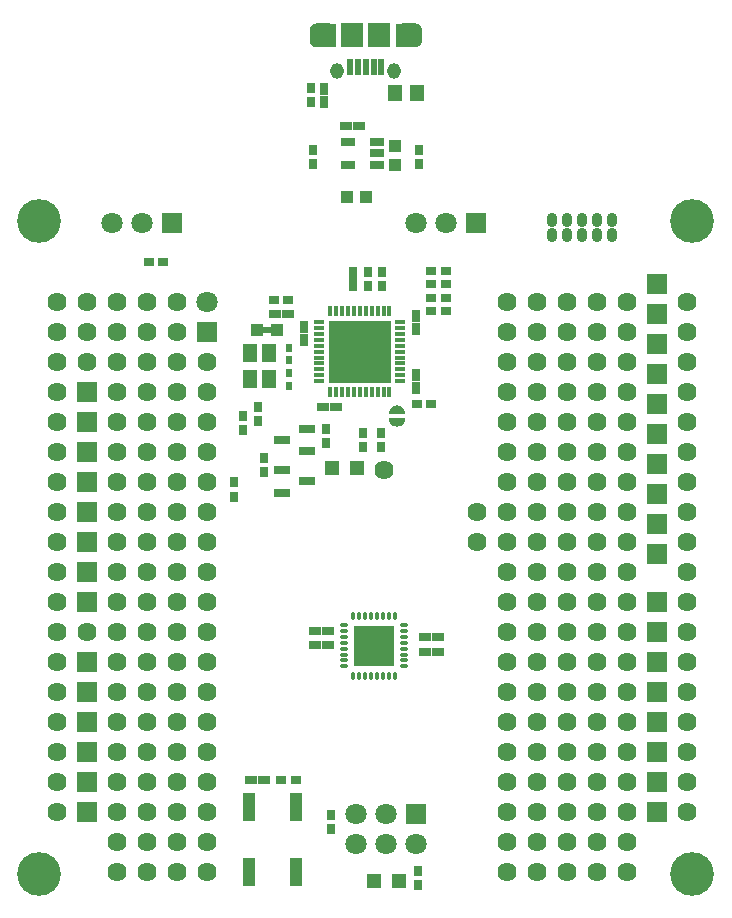
<source format=gts>
%FSLAX43Y43*%
%MOMM*%
G71*
G01*
G75*
G04 Layer_Color=8388736*
%ADD10C,0.175*%
%ADD11C,0.200*%
%ADD12C,0.300*%
%ADD13C,0.175*%
%ADD14C,0.200*%
%ADD15C,0.300*%
%ADD16C,0.180*%
%ADD17C,0.400*%
%ADD18R,1.150X1.400*%
%ADD19R,1.000X0.950*%
%ADD20C,0.400*%
%ADD21R,0.400X1.350*%
%ADD22R,1.000X2.250*%
%ADD23R,0.300X0.850*%
%ADD24R,0.850X0.300*%
%ADD25R,5.200X5.200*%
%ADD26O,0.650X0.250*%
%ADD27O,0.250X0.650*%
%ADD28R,3.300X3.300*%
%ADD29R,1.050X0.650*%
%ADD30R,1.300X0.600*%
%ADD31R,1.200X1.200*%
%ADD32R,1.200X1.350*%
%ADD33R,0.800X0.650*%
%ADD34R,0.500X0.600*%
%ADD35R,0.950X1.000*%
%ADD36R,0.600X0.900*%
%ADD37R,0.650X0.800*%
%ADD38R,0.900X0.600*%
%ADD39C,0.150*%
%ADD40C,0.500*%
%ADD41R,0.900X0.300*%
%ADD42R,1.800X1.900*%
G04:AMPARAMS|DCode=43|XSize=1.05mm|YSize=1.25mm|CornerRadius=0.525mm|HoleSize=0mm|Usage=FLASHONLY|Rotation=180.000|XOffset=0mm|YOffset=0mm|HoleType=Round|Shape=RoundedRectangle|*
%AMROUNDEDRECTD43*
21,1,1.050,0.200,0,0,180.0*
21,1,0.000,1.250,0,0,180.0*
1,1,1.050,0.000,0.100*
1,1,1.050,0.000,0.100*
1,1,1.050,0.000,-0.100*
1,1,1.050,0.000,-0.100*
%
%ADD43ROUNDEDRECTD43*%
G04:AMPARAMS|DCode=44|XSize=2.1mm|YSize=1.9mm|CornerRadius=0.494mm|HoleSize=0mm|Usage=FLASHONLY|Rotation=180.000|XOffset=0mm|YOffset=0mm|HoleType=Round|Shape=RoundedRectangle|*
%AMROUNDEDRECTD44*
21,1,2.100,0.912,0,0,180.0*
21,1,1.112,1.900,0,0,180.0*
1,1,0.988,-0.556,0.456*
1,1,0.988,0.556,0.456*
1,1,0.988,0.556,-0.456*
1,1,0.988,-0.556,-0.456*
%
%ADD44ROUNDEDRECTD44*%
%ADD45R,1.700X1.700*%
%ADD46C,1.700*%
%ADD47R,1.700X1.700*%
%ADD48O,0.800X1.100*%
%ADD49C,1.524*%
%ADD50C,3.600*%
%ADD51C,0.550*%
%ADD52C,1.016*%
%ADD53O,1.250X1.450*%
%ADD54O,1.425X2.100*%
%ADD55C,1.600*%
G04:AMPARAMS|DCode=56|XSize=2.524mm|YSize=2.524mm|CornerRadius=0mm|HoleSize=0mm|Usage=FLASHONLY|Rotation=0.000|XOffset=0mm|YOffset=0mm|HoleType=Round|Shape=Relief|Width=0.254mm|Gap=0.254mm|Entries=4|*
%AMTHD56*
7,0,0,2.524,2.016,0.254,45*
%
%ADD56THD56*%
%ADD57C,1.250*%
G04:AMPARAMS|DCode=58|XSize=2.174mm|YSize=2.174mm|CornerRadius=0mm|HoleSize=0mm|Usage=FLASHONLY|Rotation=0.000|XOffset=0mm|YOffset=0mm|HoleType=Round|Shape=Relief|Width=0.254mm|Gap=0.254mm|Entries=4|*
%AMTHD58*
7,0,0,2.174,1.666,0.254,45*
%
%ADD58THD58*%
%ADD59C,0.850*%
%ADD60C,3.300*%
%ADD61C,0.800*%
%ADD62C,0.254*%
%ADD63C,0.250*%
%ADD64C,0.050*%
%ADD65C,0.100*%
%ADD66R,3.248X0.599*%
%ADD67R,2.100X2.100*%
%ADD68O,0.750X1.100*%
%ADD69R,1.300X1.400*%
%ADD70R,0.900X0.510*%
%ADD71R,1.250X1.500*%
%ADD72R,1.100X1.050*%
%ADD73R,0.500X1.450*%
%ADD74R,1.100X2.350*%
%ADD75R,0.400X0.950*%
%ADD76R,0.950X0.400*%
%ADD77R,5.300X5.300*%
%ADD78O,0.750X0.350*%
%ADD79O,0.350X0.750*%
%ADD80R,3.400X3.400*%
%ADD81R,1.150X0.750*%
%ADD82R,1.400X0.700*%
%ADD83R,1.300X1.300*%
%ADD84R,1.300X1.450*%
%ADD85R,0.900X0.750*%
%ADD86R,0.600X0.700*%
%ADD87R,1.050X1.100*%
%ADD88R,0.700X1.000*%
%ADD89R,0.750X0.900*%
%ADD90R,1.000X0.700*%
%ADD91R,1.900X2.000*%
G04:AMPARAMS|DCode=92|XSize=1.15mm|YSize=1.35mm|CornerRadius=0.575mm|HoleSize=0mm|Usage=FLASHONLY|Rotation=180.000|XOffset=0mm|YOffset=0mm|HoleType=Round|Shape=RoundedRectangle|*
%AMROUNDEDRECTD92*
21,1,1.150,0.200,0,0,180.0*
21,1,0.000,1.350,0,0,180.0*
1,1,1.150,0.000,0.100*
1,1,1.150,0.000,0.100*
1,1,1.150,0.000,-0.100*
1,1,1.150,0.000,-0.100*
%
%ADD92ROUNDEDRECTD92*%
G04:AMPARAMS|DCode=93|XSize=2.2mm|YSize=2mm|CornerRadius=0.544mm|HoleSize=0mm|Usage=FLASHONLY|Rotation=180.000|XOffset=0mm|YOffset=0mm|HoleType=Round|Shape=RoundedRectangle|*
%AMROUNDEDRECTD93*
21,1,2.200,0.912,0,0,180.0*
21,1,1.112,2.000,0,0,180.0*
1,1,1.088,-0.556,0.456*
1,1,1.088,0.556,0.456*
1,1,1.088,0.556,-0.456*
1,1,1.088,-0.556,-0.456*
%
%ADD93ROUNDEDRECTD93*%
%ADD94R,1.800X1.800*%
%ADD95C,1.800*%
%ADD96R,1.800X1.800*%
%ADD97O,0.900X1.200*%
%ADD98C,1.624*%
%ADD99C,3.700*%
%ADD100C,0.650*%
G36*
X32655Y42055D02*
X32657Y42055D01*
X32826Y42033D01*
X32828Y42033D01*
X32829Y42033D01*
X32833Y42032D01*
X32836Y42031D01*
X32837Y42030D01*
X32839Y42030D01*
X32997Y41964D01*
X32998Y41963D01*
X33000Y41963D01*
X33003Y41961D01*
X33006Y41960D01*
X33007Y41958D01*
X33008Y41958D01*
X33144Y41853D01*
X33145Y41852D01*
X33147Y41851D01*
X33149Y41849D01*
X33151Y41847D01*
X33152Y41845D01*
X33153Y41844D01*
X33258Y41708D01*
X33258Y41707D01*
X33260Y41706D01*
X33261Y41703D01*
X33263Y41700D01*
X33263Y41698D01*
X33264Y41697D01*
X33330Y41539D01*
X33330Y41537D01*
X33331Y41536D01*
X33332Y41533D01*
X33333Y41529D01*
X33333Y41528D01*
X33333Y41526D01*
X33355Y41357D01*
X33356Y41353D01*
X33356Y41350D01*
X33356Y41348D01*
X33356Y41347D01*
X33355Y41343D01*
X33355Y41340D01*
X33354Y41339D01*
X33354Y41337D01*
X33353Y41334D01*
X33352Y41331D01*
X33351Y41329D01*
X33351Y41328D01*
X33349Y41325D01*
X33347Y41322D01*
X33346Y41321D01*
X33345Y41319D01*
X33343Y41317D01*
X33341Y41314D01*
X33340Y41313D01*
X33339Y41312D01*
X33336Y41310D01*
X33334Y41308D01*
X33332Y41307D01*
X33331Y41306D01*
X33328Y41305D01*
X33325Y41304D01*
X33323Y41303D01*
X33322Y41302D01*
X33319Y41302D01*
X33315Y41301D01*
X33314Y41301D01*
X33312Y41300D01*
X33309Y41300D01*
X33306Y41300D01*
X31994D01*
X31991Y41300D01*
X31988Y41300D01*
X31986Y41301D01*
X31985Y41301D01*
X31981Y41302D01*
X31978Y41302D01*
X31977Y41303D01*
X31975Y41304D01*
X31972Y41305D01*
X31969Y41306D01*
X31968Y41307D01*
X31966Y41308D01*
X31964Y41310D01*
X31961Y41312D01*
X31960Y41313D01*
X31959Y41314D01*
X31957Y41317D01*
X31955Y41319D01*
X31954Y41321D01*
X31953Y41322D01*
X31951Y41325D01*
X31949Y41328D01*
X31949Y41329D01*
X31948Y41331D01*
X31947Y41334D01*
X31946Y41337D01*
X31946Y41339D01*
X31945Y41340D01*
X31945Y41343D01*
X31944Y41347D01*
X31944Y41348D01*
X31944Y41350D01*
X31944Y41353D01*
X31945Y41357D01*
X31967Y41526D01*
X31967Y41528D01*
X31967Y41529D01*
X31968Y41533D01*
X31969Y41536D01*
X31970Y41537D01*
X31970Y41539D01*
X32036Y41697D01*
X32037Y41698D01*
X32037Y41700D01*
X32039Y41703D01*
X32040Y41706D01*
X32041Y41707D01*
X32042Y41708D01*
X32147Y41844D01*
X32148Y41845D01*
X32149Y41847D01*
X32151Y41849D01*
X32153Y41851D01*
X32155Y41852D01*
X32156Y41853D01*
X32292Y41958D01*
X32293Y41958D01*
X32294Y41960D01*
X32297Y41961D01*
X32300Y41963D01*
X32302Y41963D01*
X32303Y41964D01*
X32461Y42030D01*
X32463Y42030D01*
X32464Y42031D01*
X32467Y42032D01*
X32471Y42033D01*
X32472Y42033D01*
X32474Y42033D01*
X32643Y42055D01*
X32645Y42055D01*
X32647Y42056D01*
X32650Y42056D01*
X32653Y42056D01*
X32655Y42055D01*
D02*
G37*
G36*
X33309Y41000D02*
X33312Y41000D01*
X33314Y40999D01*
X33315Y40999D01*
X33319Y40998D01*
X33322Y40998D01*
X33323Y40997D01*
X33325Y40996D01*
X33328Y40995D01*
X33331Y40994D01*
X33332Y40993D01*
X33334Y40992D01*
X33336Y40990D01*
X33339Y40988D01*
X33340Y40987D01*
X33341Y40986D01*
X33343Y40983D01*
X33345Y40981D01*
X33346Y40979D01*
X33347Y40978D01*
X33349Y40975D01*
X33351Y40972D01*
X33351Y40971D01*
X33352Y40969D01*
X33353Y40966D01*
X33354Y40963D01*
X33354Y40961D01*
X33355Y40960D01*
X33355Y40957D01*
X33356Y40953D01*
X33356Y40952D01*
X33356Y40950D01*
X33356Y40947D01*
X33355Y40943D01*
X33333Y40774D01*
X33333Y40772D01*
X33333Y40771D01*
X33332Y40767D01*
X33331Y40764D01*
X33330Y40763D01*
X33330Y40761D01*
X33264Y40603D01*
X33263Y40602D01*
X33263Y40600D01*
X33261Y40597D01*
X33260Y40594D01*
X33258Y40593D01*
X33258Y40592D01*
X33153Y40456D01*
X33152Y40455D01*
X33151Y40453D01*
X33149Y40451D01*
X33147Y40449D01*
X33145Y40448D01*
X33144Y40447D01*
X33008Y40342D01*
X33007Y40341D01*
X33006Y40340D01*
X33003Y40339D01*
X33000Y40337D01*
X32998Y40337D01*
X32997Y40336D01*
X32839Y40270D01*
X32837Y40270D01*
X32836Y40269D01*
X32833Y40268D01*
X32829Y40267D01*
X32828Y40267D01*
X32826Y40267D01*
X32657Y40245D01*
X32655Y40245D01*
X32653Y40244D01*
X32650Y40244D01*
X32647Y40244D01*
X32645Y40245D01*
X32643Y40245D01*
X32474Y40267D01*
X32472Y40267D01*
X32471Y40267D01*
X32467Y40268D01*
X32464Y40269D01*
X32463Y40270D01*
X32461Y40270D01*
X32303Y40336D01*
X32302Y40337D01*
X32300Y40337D01*
X32297Y40339D01*
X32294Y40340D01*
X32293Y40341D01*
X32292Y40342D01*
X32156Y40447D01*
X32155Y40448D01*
X32153Y40449D01*
X32151Y40451D01*
X32149Y40453D01*
X32148Y40455D01*
X32147Y40456D01*
X32042Y40592D01*
X32042Y40593D01*
X32040Y40594D01*
X32039Y40597D01*
X32037Y40600D01*
X32037Y40602D01*
X32036Y40603D01*
X31970Y40761D01*
X31970Y40763D01*
X31969Y40764D01*
X31968Y40767D01*
X31967Y40771D01*
X31967Y40772D01*
X31967Y40774D01*
X31945Y40943D01*
X31944Y40947D01*
X31944Y40950D01*
X31944Y40952D01*
X31944Y40953D01*
X31945Y40957D01*
X31945Y40960D01*
X31946Y40961D01*
X31946Y40963D01*
X31947Y40966D01*
X31948Y40969D01*
X31949Y40971D01*
X31949Y40972D01*
X31951Y40975D01*
X31953Y40978D01*
X31954Y40979D01*
X31955Y40981D01*
X31957Y40983D01*
X31959Y40986D01*
X31960Y40987D01*
X31961Y40988D01*
X31964Y40990D01*
X31966Y40992D01*
X31968Y40993D01*
X31969Y40994D01*
X31972Y40995D01*
X31975Y40996D01*
X31977Y40997D01*
X31978Y40998D01*
X31981Y40998D01*
X31985Y40999D01*
X31986Y40999D01*
X31988Y41000D01*
X31991Y41000D01*
X31994Y41000D01*
X33306D01*
X33309Y41000D01*
D02*
G37*
G36*
X27410Y74374D02*
X27419Y74371D01*
X27428Y74367D01*
X27436Y74361D01*
X27442Y74353D01*
X27446Y74344D01*
X27449Y74335D01*
X27450Y74325D01*
Y72425D01*
X27449Y72415D01*
X27446Y72406D01*
X27442Y72397D01*
X27436Y72389D01*
X27428Y72383D01*
X27419Y72379D01*
X27410Y72376D01*
X27400Y72375D01*
X25800D01*
X25798Y72375D01*
X25796Y72375D01*
X25748Y72379D01*
X25747Y72379D01*
X25745Y72379D01*
X25692Y72386D01*
X25689Y72387D01*
X25685Y72388D01*
X25632Y72403D01*
X25630Y72403D01*
X25628Y72404D01*
X25585Y72420D01*
X25583Y72421D01*
X25581Y72422D01*
X25539Y72442D01*
X25537Y72443D01*
X25534Y72445D01*
X25490Y72473D01*
X25488Y72474D01*
X25487Y72475D01*
X25449Y72504D01*
X25447Y72505D01*
X25446Y72506D01*
X25407Y72540D01*
X25404Y72543D01*
X25401Y72546D01*
X25372Y72582D01*
X25371Y72583D01*
X25371Y72584D01*
X25343Y72621D01*
X25341Y72623D01*
X25340Y72626D01*
X25316Y72667D01*
X25315Y72669D01*
X25314Y72670D01*
X25294Y72712D01*
X25293Y72714D01*
X25292Y72716D01*
X25276Y72758D01*
X25275Y72761D01*
X25274Y72764D01*
X25262Y72815D01*
X25262Y72817D01*
X25261Y72819D01*
X25254Y72864D01*
X25254Y72866D01*
X25254Y72868D01*
X25250Y72921D01*
X25250Y72923D01*
X25250Y72925D01*
Y73825D01*
X25250Y73827D01*
X25250Y73829D01*
X25254Y73884D01*
X25254Y73886D01*
X25255Y73889D01*
X25263Y73934D01*
X25263Y73935D01*
X25263Y73937D01*
X25275Y73987D01*
X25276Y73990D01*
X25277Y73994D01*
X25293Y74034D01*
X25306Y74066D01*
X25308Y74070D01*
X25310Y74073D01*
X25335Y74116D01*
X25336Y74118D01*
X25337Y74120D01*
X25363Y74157D01*
X25364Y74158D01*
X25365Y74160D01*
X25396Y74198D01*
X25399Y74200D01*
X25401Y74203D01*
X25446Y74244D01*
X25448Y74246D01*
X25450Y74247D01*
X25490Y74277D01*
X25492Y74278D01*
X25493Y74280D01*
X25539Y74309D01*
X25542Y74310D01*
X25545Y74312D01*
X25598Y74336D01*
X25601Y74337D01*
X25605Y74338D01*
X25692Y74364D01*
X25697Y74365D01*
X25701Y74366D01*
X25701Y74366D01*
X25701Y74366D01*
X25701D01*
X25795Y74375D01*
X25798Y74375D01*
X25800Y74375D01*
X27400D01*
X27410Y74374D01*
D02*
G37*
G36*
X34202Y74375D02*
X34204Y74375D01*
X34252Y74371D01*
X34253Y74371D01*
X34255Y74371D01*
X34308Y74364D01*
X34311Y74363D01*
X34315Y74362D01*
X34368Y74347D01*
X34370Y74347D01*
X34372Y74346D01*
X34415Y74330D01*
X34417Y74329D01*
X34419Y74328D01*
X34461Y74308D01*
X34463Y74307D01*
X34466Y74305D01*
X34510Y74277D01*
X34512Y74276D01*
X34513Y74275D01*
X34551Y74246D01*
X34553Y74245D01*
X34554Y74244D01*
X34593Y74210D01*
X34596Y74207D01*
X34599Y74204D01*
X34628Y74168D01*
X34629Y74167D01*
X34629Y74166D01*
X34657Y74129D01*
X34659Y74127D01*
X34660Y74124D01*
X34684Y74083D01*
X34685Y74081D01*
X34686Y74080D01*
X34706Y74038D01*
X34707Y74036D01*
X34708Y74034D01*
X34724Y73992D01*
X34725Y73989D01*
X34726Y73986D01*
X34738Y73935D01*
X34738Y73933D01*
X34739Y73931D01*
X34746Y73886D01*
X34746Y73884D01*
X34746Y73882D01*
X34750Y73829D01*
X34750Y73827D01*
X34750Y73825D01*
Y72925D01*
X34750Y72923D01*
X34750Y72921D01*
X34746Y72866D01*
X34746Y72864D01*
X34745Y72861D01*
X34737Y72816D01*
X34737Y72815D01*
X34737Y72813D01*
X34725Y72763D01*
X34724Y72760D01*
X34723Y72756D01*
X34707Y72716D01*
X34694Y72684D01*
X34692Y72680D01*
X34690Y72677D01*
X34665Y72634D01*
X34664Y72632D01*
X34663Y72630D01*
X34637Y72593D01*
X34636Y72592D01*
X34635Y72590D01*
X34604Y72552D01*
X34601Y72550D01*
X34599Y72547D01*
X34554Y72506D01*
X34552Y72504D01*
X34550Y72503D01*
X34510Y72473D01*
X34508Y72472D01*
X34507Y72470D01*
X34461Y72441D01*
X34458Y72440D01*
X34455Y72438D01*
X34402Y72414D01*
X34399Y72413D01*
X34395Y72412D01*
X34308Y72386D01*
X34303Y72385D01*
X34299Y72384D01*
X34299Y72384D01*
X34299Y72384D01*
X34299D01*
X34205Y72375D01*
X34202Y72375D01*
X34200Y72375D01*
X32600D01*
X32590Y72376D01*
X32581Y72379D01*
X32572Y72383D01*
X32564Y72389D01*
X32558Y72397D01*
X32554Y72406D01*
X32551Y72415D01*
X32550Y72425D01*
Y74325D01*
X32551Y74335D01*
X32554Y74344D01*
X32558Y74353D01*
X32564Y74361D01*
X32572Y74367D01*
X32581Y74371D01*
X32590Y74374D01*
X32600Y74375D01*
X34200D01*
X34202Y74375D01*
D02*
G37*
D70*
X21600Y48405D02*
D03*
D71*
X20200Y44300D02*
D03*
Y46500D02*
D03*
X21800D02*
D03*
Y44300D02*
D03*
D72*
X22450Y48400D02*
D03*
X20750D02*
D03*
X30030Y59714D02*
D03*
X28430D02*
D03*
D73*
X28700Y70700D02*
D03*
X29350D02*
D03*
X30000D02*
D03*
X30650D02*
D03*
X31300D02*
D03*
D74*
X20125Y2525D02*
D03*
Y8025D02*
D03*
X24125D02*
D03*
Y2525D02*
D03*
D75*
X32000Y50025D02*
D03*
X31500D02*
D03*
X30000D02*
D03*
X29500D02*
D03*
X29000D02*
D03*
X28500D02*
D03*
X27000Y43175D02*
D03*
X27500D02*
D03*
X28000D02*
D03*
X28500D02*
D03*
X29000D02*
D03*
X29500D02*
D03*
X30000D02*
D03*
X30500D02*
D03*
X31000D02*
D03*
X31500D02*
D03*
X32000D02*
D03*
X31000Y50025D02*
D03*
X30500D02*
D03*
X28000D02*
D03*
X27500D02*
D03*
X27000D02*
D03*
D76*
X26075Y49100D02*
D03*
Y48600D02*
D03*
Y48100D02*
D03*
Y47600D02*
D03*
Y47100D02*
D03*
Y46600D02*
D03*
Y46100D02*
D03*
Y45600D02*
D03*
Y45100D02*
D03*
Y44600D02*
D03*
Y44100D02*
D03*
X32925D02*
D03*
Y44600D02*
D03*
Y47100D02*
D03*
Y47600D02*
D03*
Y48100D02*
D03*
Y48600D02*
D03*
Y49100D02*
D03*
Y46600D02*
D03*
Y45600D02*
D03*
Y45100D02*
D03*
Y46100D02*
D03*
D77*
X29500Y46600D02*
D03*
D78*
X33225Y19950D02*
D03*
Y20450D02*
D03*
Y20950D02*
D03*
Y21450D02*
D03*
Y21950D02*
D03*
Y22450D02*
D03*
Y22950D02*
D03*
Y23450D02*
D03*
X28175D02*
D03*
Y22950D02*
D03*
Y22450D02*
D03*
Y21950D02*
D03*
Y21450D02*
D03*
Y20950D02*
D03*
Y20450D02*
D03*
Y19950D02*
D03*
D79*
X32450Y24225D02*
D03*
X31950D02*
D03*
X31450D02*
D03*
X30950D02*
D03*
X30450D02*
D03*
X29950D02*
D03*
X29450D02*
D03*
X28950D02*
D03*
Y19175D02*
D03*
X29450D02*
D03*
X29950D02*
D03*
X30450D02*
D03*
X30950D02*
D03*
X31450D02*
D03*
X31950D02*
D03*
X32450D02*
D03*
D80*
X30700Y21700D02*
D03*
D81*
X28468Y62431D02*
D03*
Y64337D02*
D03*
X30918D02*
D03*
Y63384D02*
D03*
Y62431D02*
D03*
D82*
X24985Y38170D02*
D03*
Y40070D02*
D03*
X22885Y39120D02*
D03*
Y36570D02*
D03*
Y34670D02*
D03*
X24985Y35620D02*
D03*
D83*
X32800Y1775D02*
D03*
X30700D02*
D03*
X29275Y36750D02*
D03*
X27175D02*
D03*
D84*
X32450Y68500D02*
D03*
X34350D02*
D03*
D85*
X11600Y54150D02*
D03*
X12800D02*
D03*
X34350Y42200D02*
D03*
X35550D02*
D03*
X22850Y10300D02*
D03*
X24050D02*
D03*
X22250Y50975D02*
D03*
X23450D02*
D03*
X35558Y51158D02*
D03*
X36758D02*
D03*
X35558Y52308D02*
D03*
X36758D02*
D03*
X35558Y53458D02*
D03*
X36758D02*
D03*
X35558Y50008D02*
D03*
X36758D02*
D03*
D86*
X23475Y46900D02*
D03*
X23475Y45850D02*
D03*
X23475Y44775D02*
D03*
X23475Y43725D02*
D03*
D87*
X32436Y63981D02*
D03*
Y62381D02*
D03*
D88*
X26458Y68876D02*
D03*
Y67776D02*
D03*
X34225Y49575D02*
D03*
Y48475D02*
D03*
X34250Y44600D02*
D03*
Y43500D02*
D03*
X28950Y52200D02*
D03*
Y53300D02*
D03*
X24775Y47600D02*
D03*
Y48700D02*
D03*
D89*
X18875Y34325D02*
D03*
Y35525D02*
D03*
X29800Y38500D02*
D03*
Y39700D02*
D03*
X31300Y38500D02*
D03*
Y39700D02*
D03*
X19625Y41150D02*
D03*
Y39950D02*
D03*
X20875Y41900D02*
D03*
Y40700D02*
D03*
X34500Y62500D02*
D03*
Y63700D02*
D03*
X31350Y53350D02*
D03*
Y52150D02*
D03*
X30200Y53350D02*
D03*
Y52150D02*
D03*
X27025Y6200D02*
D03*
Y7400D02*
D03*
X26625Y40025D02*
D03*
Y38825D02*
D03*
X21375Y36375D02*
D03*
Y37575D02*
D03*
X34417Y2632D02*
D03*
Y1432D02*
D03*
X25500Y63700D02*
D03*
Y62500D02*
D03*
X25315Y67726D02*
D03*
Y68926D02*
D03*
D90*
X20300Y10300D02*
D03*
X21400D02*
D03*
X25700Y21775D02*
D03*
X26800D02*
D03*
X23400Y49800D02*
D03*
X22300D02*
D03*
X27500Y41875D02*
D03*
X26400D02*
D03*
X35025Y21200D02*
D03*
X36125D02*
D03*
X35025Y22400D02*
D03*
X36125D02*
D03*
X26800Y22950D02*
D03*
X25700D02*
D03*
X29430Y65746D02*
D03*
X28330D02*
D03*
D91*
X31150Y73375D02*
D03*
X28850D02*
D03*
D92*
X27575Y70375D02*
D03*
X32425D02*
D03*
D93*
X33650Y73375D02*
D03*
X26350D02*
D03*
D94*
X6350Y20320D02*
D03*
Y17780D02*
D03*
Y12700D02*
D03*
Y15240D02*
D03*
Y7620D02*
D03*
Y10160D02*
D03*
X54610Y7620D02*
D03*
Y10160D02*
D03*
Y15240D02*
D03*
Y12700D02*
D03*
Y22860D02*
D03*
Y25400D02*
D03*
Y20320D02*
D03*
Y17780D02*
D03*
Y39624D02*
D03*
Y42164D02*
D03*
Y47244D02*
D03*
Y44704D02*
D03*
Y34544D02*
D03*
Y37084D02*
D03*
Y32004D02*
D03*
Y29464D02*
D03*
Y49784D02*
D03*
Y52324D02*
D03*
X16510Y48260D02*
D03*
X6350Y43180D02*
D03*
Y40640D02*
D03*
Y35560D02*
D03*
Y38100D02*
D03*
Y27940D02*
D03*
Y25400D02*
D03*
Y30480D02*
D03*
Y33020D02*
D03*
D95*
X8510Y57500D02*
D03*
X11050D02*
D03*
X16510Y50800D02*
D03*
X34240Y4940D02*
D03*
X31700D02*
D03*
X29160D02*
D03*
X31700Y7480D02*
D03*
X29160D02*
D03*
X34235Y57500D02*
D03*
X36775D02*
D03*
D96*
X13590Y57500D02*
D03*
X34240Y7480D02*
D03*
X39315Y57500D02*
D03*
D97*
X50800Y56515D02*
D03*
Y57785D02*
D03*
X45720D02*
D03*
X46990D02*
D03*
X48260D02*
D03*
X49530D02*
D03*
Y56515D02*
D03*
X48260D02*
D03*
X46990D02*
D03*
X45720D02*
D03*
D98*
X31500Y36550D02*
D03*
X39370Y30480D02*
D03*
Y33020D02*
D03*
X16510Y2540D02*
D03*
Y5080D02*
D03*
X13970Y2540D02*
D03*
Y5080D02*
D03*
X8890Y2540D02*
D03*
X11430Y5080D02*
D03*
Y2540D02*
D03*
X8890Y5080D02*
D03*
X44450D02*
D03*
X46990D02*
D03*
X49530D02*
D03*
X52070D02*
D03*
Y2540D02*
D03*
X49530D02*
D03*
X46990D02*
D03*
X44450D02*
D03*
X41910D02*
D03*
Y5080D02*
D03*
Y50800D02*
D03*
Y40640D02*
D03*
Y43180D02*
D03*
Y45720D02*
D03*
Y48260D02*
D03*
Y30480D02*
D03*
Y33020D02*
D03*
Y35560D02*
D03*
Y38100D02*
D03*
Y20320D02*
D03*
Y22860D02*
D03*
Y25400D02*
D03*
Y27940D02*
D03*
Y17780D02*
D03*
Y15240D02*
D03*
Y12700D02*
D03*
Y10160D02*
D03*
Y7620D02*
D03*
X44450D02*
D03*
X46990D02*
D03*
X49530D02*
D03*
X52070D02*
D03*
Y10160D02*
D03*
X49530D02*
D03*
X46990D02*
D03*
X44450D02*
D03*
X52070Y12700D02*
D03*
X49530D02*
D03*
X46990D02*
D03*
X44450D02*
D03*
X52070Y15240D02*
D03*
X49530D02*
D03*
X46990D02*
D03*
X44450D02*
D03*
X52070Y17780D02*
D03*
X49530D02*
D03*
X46990D02*
D03*
X44450D02*
D03*
Y27940D02*
D03*
X46990D02*
D03*
X49530D02*
D03*
X52070D02*
D03*
X44450Y25400D02*
D03*
X46990D02*
D03*
X49530D02*
D03*
X52070D02*
D03*
X44450Y22860D02*
D03*
X46990D02*
D03*
X49530D02*
D03*
X52070D02*
D03*
X44450Y20320D02*
D03*
X46990D02*
D03*
X49530D02*
D03*
X52070D02*
D03*
X44450Y38100D02*
D03*
X46990D02*
D03*
X49530D02*
D03*
X52070D02*
D03*
X44450Y35560D02*
D03*
X46990D02*
D03*
X49530D02*
D03*
X52070D02*
D03*
X44450Y33020D02*
D03*
X46990D02*
D03*
X49530D02*
D03*
X52070D02*
D03*
X44450Y30480D02*
D03*
X46990D02*
D03*
X49530D02*
D03*
X52070D02*
D03*
X44450Y48260D02*
D03*
X46990D02*
D03*
X49530D02*
D03*
X52070D02*
D03*
X44450Y45720D02*
D03*
X46990D02*
D03*
X49530D02*
D03*
X52070D02*
D03*
X44450Y43180D02*
D03*
X46990D02*
D03*
X49530D02*
D03*
X52070D02*
D03*
X44450Y40640D02*
D03*
X46990D02*
D03*
X49530D02*
D03*
X52070D02*
D03*
Y50800D02*
D03*
X49530D02*
D03*
X46990D02*
D03*
X44450D02*
D03*
X3810Y7620D02*
D03*
Y10160D02*
D03*
Y12700D02*
D03*
Y15240D02*
D03*
Y17780D02*
D03*
Y27940D02*
D03*
Y25400D02*
D03*
Y22860D02*
D03*
Y20320D02*
D03*
Y38100D02*
D03*
Y35560D02*
D03*
Y33020D02*
D03*
Y30480D02*
D03*
Y48260D02*
D03*
Y45720D02*
D03*
Y43180D02*
D03*
Y40640D02*
D03*
Y50800D02*
D03*
X6350D02*
D03*
Y48260D02*
D03*
X8890Y10160D02*
D03*
Y15240D02*
D03*
Y17780D02*
D03*
Y27940D02*
D03*
Y25400D02*
D03*
Y22860D02*
D03*
Y20320D02*
D03*
Y38100D02*
D03*
Y35560D02*
D03*
Y33020D02*
D03*
Y30480D02*
D03*
Y48260D02*
D03*
Y45720D02*
D03*
Y43180D02*
D03*
Y40640D02*
D03*
Y50800D02*
D03*
X11430Y7620D02*
D03*
Y10160D02*
D03*
Y12700D02*
D03*
Y15240D02*
D03*
Y17780D02*
D03*
Y27940D02*
D03*
Y25400D02*
D03*
Y22860D02*
D03*
Y20320D02*
D03*
Y38100D02*
D03*
Y35560D02*
D03*
Y33020D02*
D03*
Y30480D02*
D03*
Y48260D02*
D03*
Y45720D02*
D03*
Y43180D02*
D03*
Y40640D02*
D03*
Y50800D02*
D03*
X57150Y7620D02*
D03*
Y10160D02*
D03*
Y12700D02*
D03*
Y15240D02*
D03*
Y17780D02*
D03*
Y27940D02*
D03*
Y25400D02*
D03*
Y22860D02*
D03*
Y20320D02*
D03*
Y38100D02*
D03*
Y35560D02*
D03*
Y33020D02*
D03*
Y30480D02*
D03*
Y48260D02*
D03*
Y45720D02*
D03*
Y43180D02*
D03*
Y40640D02*
D03*
Y50800D02*
D03*
X8890Y7620D02*
D03*
Y12700D02*
D03*
X6350Y45720D02*
D03*
Y22860D02*
D03*
X13970Y50800D02*
D03*
Y40640D02*
D03*
Y43180D02*
D03*
Y45720D02*
D03*
Y48260D02*
D03*
Y30480D02*
D03*
Y33020D02*
D03*
Y35560D02*
D03*
Y38100D02*
D03*
Y20320D02*
D03*
Y22860D02*
D03*
Y25400D02*
D03*
Y27940D02*
D03*
Y17780D02*
D03*
Y15240D02*
D03*
Y12700D02*
D03*
Y10160D02*
D03*
Y7620D02*
D03*
X16510Y45720D02*
D03*
Y35560D02*
D03*
Y38100D02*
D03*
Y40640D02*
D03*
Y43180D02*
D03*
Y25400D02*
D03*
Y27940D02*
D03*
Y30480D02*
D03*
Y33020D02*
D03*
Y15240D02*
D03*
Y17780D02*
D03*
Y20320D02*
D03*
Y22860D02*
D03*
Y12700D02*
D03*
Y10160D02*
D03*
Y7620D02*
D03*
D99*
X2350Y57650D02*
D03*
X57650D02*
D03*
X2350Y2350D02*
D03*
X57650D02*
D03*
D100*
X31700Y45500D02*
D03*
X30600Y48800D02*
D03*
Y46600D02*
D03*
Y44400D02*
D03*
X29500Y47700D02*
D03*
Y45500D02*
D03*
X28400Y48800D02*
D03*
Y46600D02*
D03*
Y44400D02*
D03*
X27300Y47700D02*
D03*
Y45500D02*
D03*
X31700Y47700D02*
D03*
X29972Y20828D02*
D03*
Y22352D02*
D03*
X31496D02*
D03*
Y20828D02*
D03*
M02*

</source>
